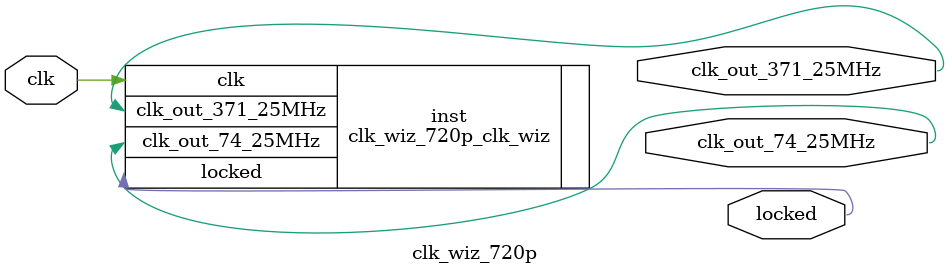
<source format=v>


`timescale 1ps/1ps

(* CORE_GENERATION_INFO = "clk_wiz_720p,clk_wiz_v6_0_11_0_0,{component_name=clk_wiz_720p,use_phase_alignment=true,use_min_o_jitter=false,use_max_i_jitter=false,use_dyn_phase_shift=false,use_inclk_switchover=false,use_dyn_reconfig=false,enable_axi=0,feedback_source=FDBK_AUTO,PRIMITIVE=MMCM,num_out_clk=2,clkin1_period=10.000,clkin2_period=10.000,use_power_down=false,use_reset=false,use_locked=true,use_inclk_stopped=false,feedback_type=SINGLE,CLOCK_MGR_TYPE=NA,manual_override=false}" *)

module clk_wiz_720p 
 (
  // Clock out ports
  output        clk_out_74_25MHz,
  output        clk_out_371_25MHz,
  // Status and control signals
  output        locked,
 // Clock in ports
  input         clk
 );

  clk_wiz_720p_clk_wiz inst
  (
  // Clock out ports  
  .clk_out_74_25MHz(clk_out_74_25MHz),
  .clk_out_371_25MHz(clk_out_371_25MHz),
  // Status and control signals               
  .locked(locked),
 // Clock in ports
  .clk(clk)
  );

endmodule

</source>
